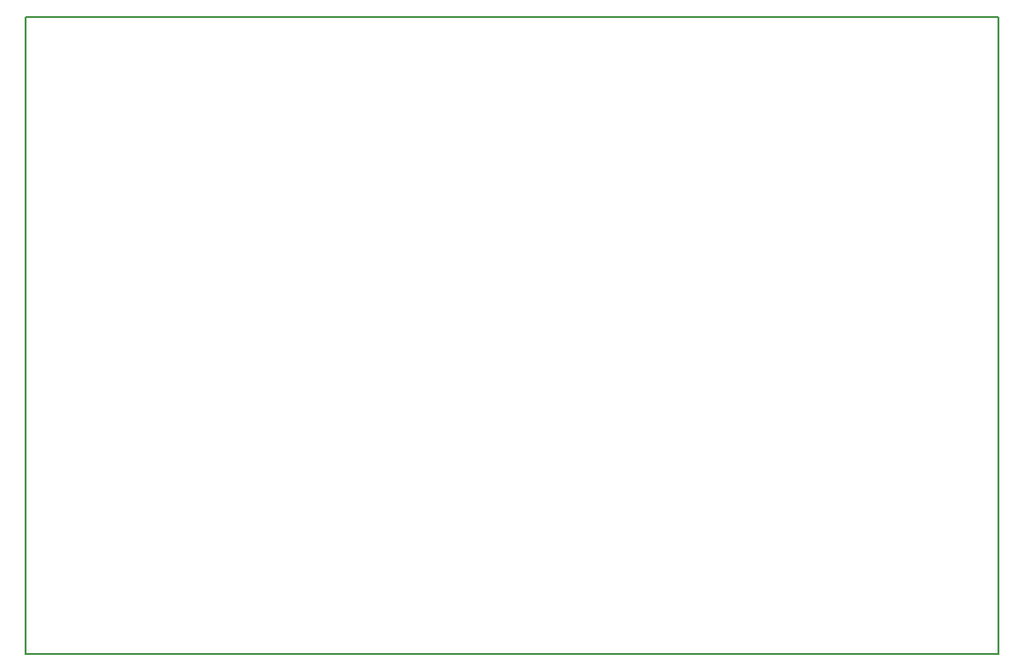
<source format=gm1>
G04 #@! TF.GenerationSoftware,KiCad,Pcbnew,7.0.7*
G04 #@! TF.CreationDate,2024-05-08T01:13:10+03:00*
G04 #@! TF.ProjectId,pico-hd-mcu-v2,7069636f-2d68-4642-9d6d-63752d76322e,rev?*
G04 #@! TF.SameCoordinates,Original*
G04 #@! TF.FileFunction,Profile,NP*
%FSLAX46Y46*%
G04 Gerber Fmt 4.6, Leading zero omitted, Abs format (unit mm)*
G04 Created by KiCad (PCBNEW 7.0.7) date 2024-05-08 01:13:10*
%MOMM*%
%LPD*%
G01*
G04 APERTURE LIST*
G04 #@! TA.AperFunction,Profile*
%ADD10C,0.200000*%
G04 #@! TD*
G04 APERTURE END LIST*
D10*
X19040000Y-17770000D02*
X106040000Y-17770000D01*
X106040000Y-74770000D01*
X19040000Y-74770000D01*
X19040000Y-17770000D01*
M02*

</source>
